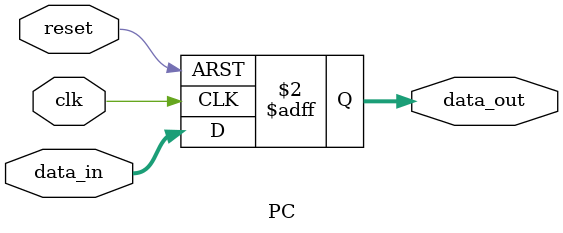
<source format=v>
`timescale 1 ps / 100 fs

module PC (
    output reg [31:0] data_out,
    input wire [31:0] data_in,
    input wire reset,
    input wire clk
    );
    
    always @(posedge clk or posedge reset) begin
        if (reset)
        data_out <= 32'b0;
        else
        data_out <= data_in;
    end
    
endmodule


</source>
